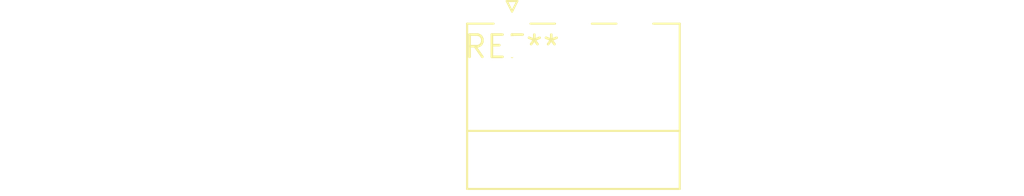
<source format=kicad_pcb>
(kicad_pcb (version 20240108) (generator pcbnew)
  (layers (0 "F.Cu" signal) (31 "B.Cu" signal) (34 "B.Paste" user) (35 "F.Paste" user) (36 "B.SilkS" user "B.Silkscreen") (37 "F.SilkS" user "F.Silkscreen") (38 "B.Mask" user) (39 "F.Mask" user) (44 "Edge.Cuts" user))
  (net 0 "")
  (footprint "PhoenixContact_MC_1,5_3-G-3.5_1x03_P3.50mm_Horizontal" (layer "F.Cu") (at 0 0)
    (property "Reference" "REF**")
    (property "Value" "PhoenixContact_MC_1,5_3-G-3.5_1x03_P3.50mm_Horizontal")
    (fp_line (start -2.56 -1.31) (end -2.56 8.11) (layer "F.SilkS") (stroke (width 0.12)))
    (fp_line (start -2.56 -1.31) (end -1.05 -1.31) (layer "F.SilkS") (stroke (width 0.12)))
    (fp_line (start -2.56 4.8) (end 9.56 4.8) (layer "F.SilkS") (stroke (width 0.12)))
    (fp_line (start -2.56 8.11) (end 9.56 8.11) (layer "F.SilkS") (stroke (width 0.12)))
    (fp_line (start -0.3 -2.6) (end 0.3 -2.6) (layer "F.SilkS") (stroke (width 0.12)))
    (fp_line (start 0 -2) (end -0.3 -2.6) (layer "F.SilkS") (stroke (width 0.12)))
    (fp_line (start 0.3 -2.6) (end 0 -2) (layer "F.SilkS") (stroke (width 0.12)))
    (fp_line (start 1.05 -1.31) (end 2.45 -1.31) (layer "F.SilkS") (stroke (width 0.12)))
    (fp_line (start 4.55 -1.31) (end 5.95 -1.31) (layer "F.SilkS") (stroke (width 0.12)))
    (fp_line (start 9.56 -1.31) (end 8.05 -1.31) (layer "F.SilkS") (stroke (width 0.12)))
    (fp_line (start 9.56 8.11) (end 9.56 -1.31) (layer "F.SilkS") (stroke (width 0.12)))
    (pad "1" thru_hole roundrect (at 0 0) (size 1.8 3.6) (drill 1.2) (layers *.Cu *.Mask) (remove_unused_layers) (roundrect_rratio 0.138889))
    (pad "2" thru_hole oval (at 3.5 0) (size 1.8 3.6) (drill 1.2) (layers *.Cu *.Mask) (remove_unused_layers))
    (pad "3" thru_hole oval (at 7 0) (size 1.8 3.6) (drill 1.2) (layers *.Cu *.Mask) (remove_unused_layers))
  )
)
</source>
